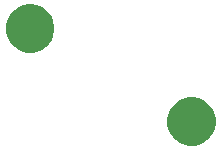
<source format=gts>
G04 #@! TF.GenerationSoftware,KiCad,Pcbnew,(5.1.2)-1*
G04 #@! TF.CreationDate,2019-06-14T17:53:01+09:00*
G04 #@! TF.ProjectId,adelie,6164656c-6965-42e6-9b69-6361645f7063,rev?*
G04 #@! TF.SameCoordinates,Original*
G04 #@! TF.FileFunction,Soldermask,Top*
G04 #@! TF.FilePolarity,Negative*
%FSLAX46Y46*%
G04 Gerber Fmt 4.6, Leading zero omitted, Abs format (unit mm)*
G04 Created by KiCad (PCBNEW (5.1.2)-1) date 2019-06-14 17:53:01*
%MOMM*%
%LPD*%
G04 APERTURE LIST*
%ADD10C,0.100000*%
G04 APERTURE END LIST*
D10*
G36*
X215264294Y-135190358D02*
G01*
X215637551Y-135344966D01*
X215637553Y-135344967D01*
X215973476Y-135569424D01*
X216259156Y-135855104D01*
X216483614Y-136191029D01*
X216638222Y-136564286D01*
X216717040Y-136960533D01*
X216717040Y-137364547D01*
X216638222Y-137760794D01*
X216483614Y-138134051D01*
X216483613Y-138134053D01*
X216259156Y-138469976D01*
X215973476Y-138755656D01*
X215637553Y-138980113D01*
X215637552Y-138980114D01*
X215637551Y-138980114D01*
X215264294Y-139134722D01*
X214868047Y-139213540D01*
X214464033Y-139213540D01*
X214067786Y-139134722D01*
X213694529Y-138980114D01*
X213694528Y-138980114D01*
X213694527Y-138980113D01*
X213358604Y-138755656D01*
X213072924Y-138469976D01*
X212848467Y-138134053D01*
X212848466Y-138134051D01*
X212693858Y-137760794D01*
X212615040Y-137364547D01*
X212615040Y-136960533D01*
X212693858Y-136564286D01*
X212848466Y-136191029D01*
X213072924Y-135855104D01*
X213358604Y-135569424D01*
X213694527Y-135344967D01*
X213694529Y-135344966D01*
X214067786Y-135190358D01*
X214464033Y-135111540D01*
X214868047Y-135111540D01*
X215264294Y-135190358D01*
X215264294Y-135190358D01*
G37*
G36*
X201591079Y-127305786D02*
G01*
X201964336Y-127460394D01*
X201964338Y-127460395D01*
X202300261Y-127684852D01*
X202585941Y-127970532D01*
X202810399Y-128306457D01*
X202965007Y-128679714D01*
X203043825Y-129075961D01*
X203043825Y-129479975D01*
X202965007Y-129876222D01*
X202810399Y-130249479D01*
X202810398Y-130249481D01*
X202585941Y-130585404D01*
X202300261Y-130871084D01*
X201964338Y-131095541D01*
X201964337Y-131095542D01*
X201964336Y-131095542D01*
X201591079Y-131250150D01*
X201194832Y-131328968D01*
X200790818Y-131328968D01*
X200394571Y-131250150D01*
X200021314Y-131095542D01*
X200021313Y-131095542D01*
X200021312Y-131095541D01*
X199685389Y-130871084D01*
X199399709Y-130585404D01*
X199175252Y-130249481D01*
X199175251Y-130249479D01*
X199020643Y-129876222D01*
X198941825Y-129479975D01*
X198941825Y-129075961D01*
X199020643Y-128679714D01*
X199175251Y-128306457D01*
X199399709Y-127970532D01*
X199685389Y-127684852D01*
X200021312Y-127460395D01*
X200021314Y-127460394D01*
X200394571Y-127305786D01*
X200790818Y-127226968D01*
X201194832Y-127226968D01*
X201591079Y-127305786D01*
X201591079Y-127305786D01*
G37*
M02*

</source>
